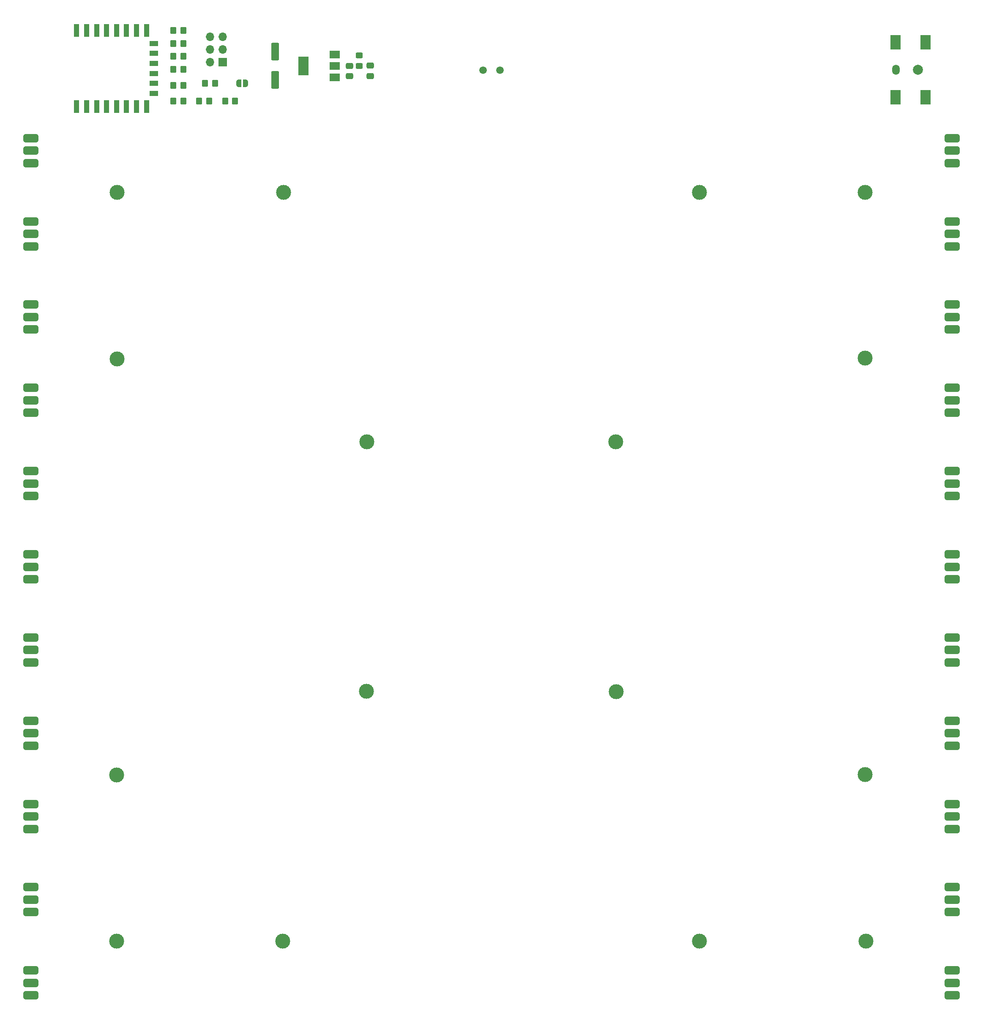
<source format=gts>
%TF.GenerationSoftware,KiCad,Pcbnew,(6.0.0)*%
%TF.CreationDate,2023-01-18T16:53:03+01:00*%
%TF.ProjectId,backpannel_pcb_11x11_small,6261636b-7061-46e6-9e65-6c5f7063625f,rev?*%
%TF.SameCoordinates,Original*%
%TF.FileFunction,Soldermask,Top*%
%TF.FilePolarity,Negative*%
%FSLAX46Y46*%
G04 Gerber Fmt 4.6, Leading zero omitted, Abs format (unit mm)*
G04 Created by KiCad (PCBNEW (6.0.0)) date 2023-01-18 16:53:03*
%MOMM*%
%LPD*%
G01*
G04 APERTURE LIST*
G04 Aperture macros list*
%AMRoundRect*
0 Rectangle with rounded corners*
0 $1 Rounding radius*
0 $2 $3 $4 $5 $6 $7 $8 $9 X,Y pos of 4 corners*
0 Add a 4 corners polygon primitive as box body*
4,1,4,$2,$3,$4,$5,$6,$7,$8,$9,$2,$3,0*
0 Add four circle primitives for the rounded corners*
1,1,$1+$1,$2,$3*
1,1,$1+$1,$4,$5*
1,1,$1+$1,$6,$7*
1,1,$1+$1,$8,$9*
0 Add four rect primitives between the rounded corners*
20,1,$1+$1,$2,$3,$4,$5,0*
20,1,$1+$1,$4,$5,$6,$7,0*
20,1,$1+$1,$6,$7,$8,$9,0*
20,1,$1+$1,$8,$9,$2,$3,0*%
%AMFreePoly0*
4,1,22,0.500000,-0.750000,0.000000,-0.750000,0.000000,-0.745033,-0.079941,-0.743568,-0.215256,-0.701293,-0.333266,-0.622738,-0.424486,-0.514219,-0.481581,-0.384460,-0.499164,-0.250000,-0.500000,-0.250000,-0.500000,0.250000,-0.499164,0.250000,-0.499963,0.256109,-0.478152,0.396186,-0.417904,0.524511,-0.324060,0.630769,-0.204165,0.706417,-0.067858,0.745374,0.000000,0.744959,0.000000,0.750000,
0.500000,0.750000,0.500000,-0.750000,0.500000,-0.750000,$1*%
%AMFreePoly1*
4,1,20,0.000000,0.744959,0.073905,0.744508,0.209726,0.703889,0.328688,0.626782,0.421226,0.519385,0.479903,0.390333,0.500000,0.250000,0.500000,-0.250000,0.499851,-0.262216,0.476331,-0.402017,0.414519,-0.529596,0.319384,-0.634700,0.198574,-0.708877,0.061801,-0.746166,0.000000,-0.745033,0.000000,-0.750000,-0.500000,-0.750000,-0.500000,0.750000,0.000000,0.750000,0.000000,0.744959,
0.000000,0.744959,$1*%
G04 Aperture macros list end*
%ADD10C,3.000000*%
%ADD11RoundRect,0.250000X0.350000X0.450000X-0.350000X0.450000X-0.350000X-0.450000X0.350000X-0.450000X0*%
%ADD12RoundRect,0.425000X-1.075000X-0.425000X1.075000X-0.425000X1.075000X0.425000X-1.075000X0.425000X0*%
%ADD13RoundRect,0.250000X-0.450000X0.325000X-0.450000X-0.325000X0.450000X-0.325000X0.450000X0.325000X0*%
%ADD14RoundRect,0.425000X1.075000X0.425000X-1.075000X0.425000X-1.075000X-0.425000X1.075000X-0.425000X0*%
%ADD15RoundRect,0.250000X-0.475000X0.337500X-0.475000X-0.337500X0.475000X-0.337500X0.475000X0.337500X0*%
%ADD16RoundRect,0.250000X-0.350000X-0.450000X0.350000X-0.450000X0.350000X0.450000X-0.350000X0.450000X0*%
%ADD17C,2.000000*%
%ADD18O,1.500000X2.000000*%
%ADD19R,2.000000X3.000000*%
%ADD20FreePoly0,0.000000*%
%ADD21FreePoly1,0.000000*%
%ADD22R,1.700000X1.700000*%
%ADD23O,1.700000X1.700000*%
%ADD24RoundRect,0.250000X0.550000X-1.500000X0.550000X1.500000X-0.550000X1.500000X-0.550000X-1.500000X0*%
%ADD25C,1.500000*%
%ADD26R,2.000000X1.500000*%
%ADD27R,2.000000X3.800000*%
%ADD28R,1.000000X2.500000*%
%ADD29R,1.800000X1.000000*%
G04 APERTURE END LIST*
D10*
%TO.C,*%
X24887380Y13889643D03*
%TD*%
D11*
%TO.C,R10*%
X-55400000Y85658333D03*
X-57400000Y85658333D03*
%TD*%
D10*
%TO.C,*%
X75000002Y-86166669D03*
%TD*%
D12*
%TO.C,S4*%
X92266000Y-25319600D03*
X-92266000Y-25319600D03*
X-92266000Y-27819600D03*
X-92266000Y-30319600D03*
X92266000Y-30319600D03*
X92266000Y-27819600D03*
%TD*%
D13*
%TO.C,D1*%
X-26450000Y91225000D03*
X-26450000Y89175000D03*
%TD*%
D14*
%TO.C,S10*%
X-92266000Y-46986200D03*
X92266000Y-46986200D03*
X92266000Y-44486200D03*
X92266000Y-41986200D03*
X-92266000Y-41986200D03*
X-92266000Y-44486200D03*
%TD*%
D10*
%TO.C,*%
X74831071Y-52799873D03*
%TD*%
D15*
%TO.C,C3*%
X-28450000Y89162500D03*
X-28450000Y87087500D03*
%TD*%
D10*
%TO.C,*%
X41666668Y-86166669D03*
%TD*%
D12*
%TO.C,S5*%
X-92266000Y-58652800D03*
X92266000Y-58652800D03*
X-92266000Y-61152800D03*
X92266000Y-63652800D03*
X-92266000Y-63652800D03*
X92266000Y-61152800D03*
%TD*%
D11*
%TO.C,R4*%
X-61750000Y82133333D03*
X-63750000Y82133333D03*
%TD*%
D14*
%TO.C,S8*%
X-92266000Y19680200D03*
X92266000Y19680200D03*
X92266000Y22180200D03*
X-92266000Y24680200D03*
X92266000Y24680200D03*
X-92266000Y22180200D03*
%TD*%
D16*
%TO.C,R8*%
X-63750000Y93658333D03*
X-61750000Y93658333D03*
%TD*%
D10*
%TO.C,*%
X-75000001Y63833334D03*
%TD*%
D11*
%TO.C,R6*%
X-61750000Y85233333D03*
X-63750000Y85233333D03*
%TD*%
D12*
%TO.C,S3*%
X92266000Y8013600D03*
X-92266000Y8013600D03*
X-92266000Y5513600D03*
X92266000Y3013600D03*
X-92266000Y3013600D03*
X92266000Y5513600D03*
%TD*%
D10*
%TO.C,*%
X-25056310Y-36054047D03*
%TD*%
%TO.C,*%
X-41666667Y63833334D03*
%TD*%
%TO.C,*%
X-25000000Y13833333D03*
%TD*%
D12*
%TO.C,S2*%
X-92266000Y41346800D03*
X92266000Y41346800D03*
X-92266000Y38846800D03*
X-92266000Y36346800D03*
X92266000Y36346800D03*
X92266000Y38846800D03*
%TD*%
D14*
%TO.C,S9*%
X92266000Y-13653000D03*
X-92266000Y-13653000D03*
X92266000Y-11153000D03*
X92266000Y-8653000D03*
X-92266000Y-8653000D03*
X-92266000Y-11153000D03*
%TD*%
D11*
%TO.C,R3*%
X-56550000Y82133333D03*
X-58550000Y82133333D03*
%TD*%
D17*
%TO.C,J1*%
X85424000Y88360000D03*
D18*
X81024000Y88360000D03*
D19*
X80924000Y93860000D03*
X86924000Y93860000D03*
X86924000Y82860000D03*
X80924000Y82860000D03*
%TD*%
D10*
%TO.C,*%
X74831071Y63833334D03*
%TD*%
D15*
%TO.C,C1*%
X-24325000Y89187500D03*
X-24325000Y87112500D03*
%TD*%
D10*
%TO.C,*%
X-75106812Y-52833334D03*
%TD*%
%TO.C,*%
X25000001Y-36166668D03*
%TD*%
D12*
%TO.C,S6*%
X92266000Y-91986000D03*
X-92266000Y-91986000D03*
X-92266000Y-94486000D03*
X92266000Y-96986000D03*
X-92266000Y-96986000D03*
X92266000Y-94486000D03*
%TD*%
D16*
%TO.C,R9*%
X-63750000Y96258333D03*
X-61750000Y96258333D03*
%TD*%
D14*
%TO.C,S11*%
X92266000Y-80319400D03*
X-92266000Y-80319400D03*
X92266000Y-77819400D03*
X-92266000Y-75319400D03*
X92266000Y-75319400D03*
X-92266000Y-77819400D03*
%TD*%
D11*
%TO.C,R1*%
X-51350000Y82133333D03*
X-53350000Y82133333D03*
%TD*%
D10*
%TO.C,*%
X-75000001Y30500000D03*
%TD*%
D12*
%TO.C,S1*%
X-92266000Y74670000D03*
X92266000Y74670000D03*
X-92266000Y72170000D03*
X-92266000Y69670000D03*
X92266000Y69670000D03*
X92266000Y72170000D03*
%TD*%
D14*
%TO.C,S7*%
X92266000Y53013400D03*
X-92266000Y53013400D03*
X92266000Y55513400D03*
X92266000Y58013400D03*
X-92266000Y58013400D03*
X-92266000Y55513400D03*
%TD*%
D20*
%TO.C,JP1*%
X-50600000Y85658333D03*
D21*
X-49300000Y85658333D03*
%TD*%
D22*
%TO.C,J2*%
X-53875000Y89933333D03*
D23*
X-56415000Y89933333D03*
X-53875000Y92473333D03*
X-56415000Y92473333D03*
X-53875000Y95013333D03*
X-56415000Y95013333D03*
%TD*%
D10*
%TO.C,*%
X74831071Y30635468D03*
%TD*%
D16*
%TO.C,R7*%
X-63750000Y91058333D03*
X-61750000Y91058333D03*
%TD*%
D24*
%TO.C,C2*%
X-43375000Y86375000D03*
X-43375000Y91975000D03*
%TD*%
D25*
%TO.C,R2*%
X-1689333Y88304666D03*
X1710667Y88304666D03*
%TD*%
D11*
%TO.C,R5*%
X-61750000Y88458333D03*
X-63750000Y88458333D03*
%TD*%
D10*
%TO.C,*%
X41666668Y63833334D03*
%TD*%
D26*
%TO.C,U1*%
X-31400000Y86850000D03*
D27*
X-37700000Y89150000D03*
D26*
X-31400000Y89150000D03*
X-31400000Y91450000D03*
%TD*%
D28*
%TO.C,U2*%
X-83100000Y81033333D03*
X-81100000Y81033333D03*
X-79100000Y81033333D03*
X-77100000Y81033333D03*
X-75100000Y81033333D03*
X-73100000Y81033333D03*
X-71100000Y81033333D03*
X-69100000Y81033333D03*
D29*
X-67600000Y83633333D03*
X-67600000Y85633333D03*
X-67600000Y87633333D03*
X-67600000Y89633333D03*
X-67600000Y91633333D03*
X-67600000Y93633333D03*
D28*
X-69100000Y96233333D03*
X-71100000Y96233333D03*
X-73100000Y96233333D03*
X-75100000Y96233333D03*
X-77100000Y96233333D03*
X-79100000Y96233333D03*
X-81100000Y96233333D03*
X-83100000Y96233333D03*
%TD*%
D10*
%TO.C,*%
X-75106812Y-86154223D03*
%TD*%
%TO.C,*%
X-41785924Y-86154223D03*
%TD*%
M02*

</source>
